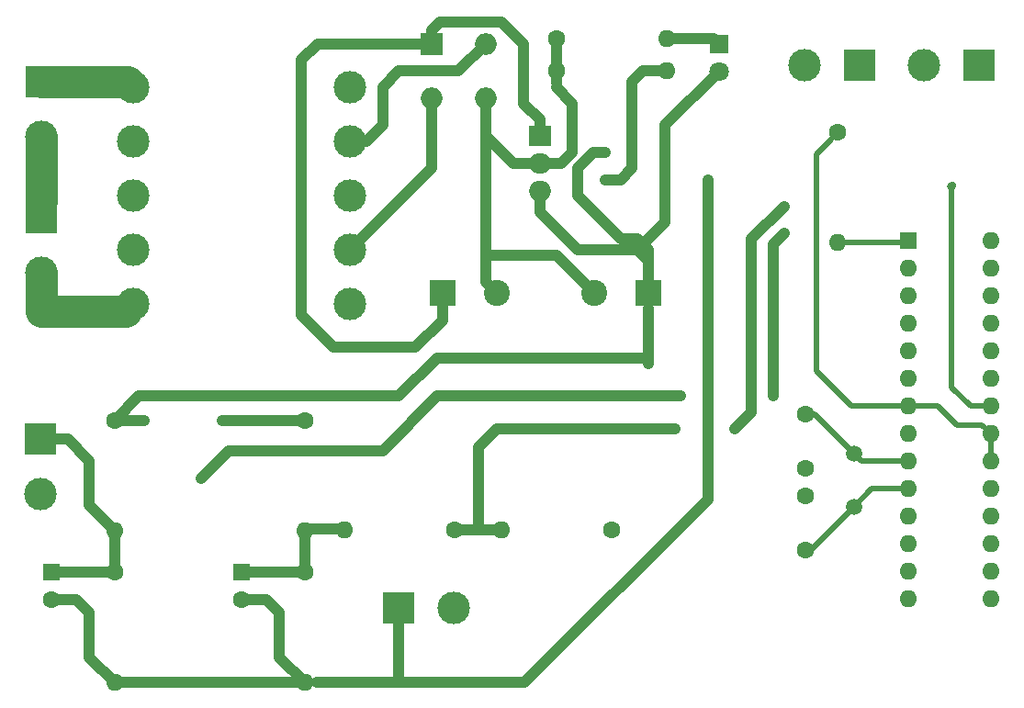
<source format=gbl>
G04 #@! TF.GenerationSoftware,KiCad,Pcbnew,5.0.2+dfsg1-1+deb10u1*
G04 #@! TF.CreationDate,2023-11-23T01:19:21+01:00*
G04 #@! TF.ProjectId,Routeur solaire v2,526f7574-6575-4722-9073-6f6c61697265,rev?*
G04 #@! TF.SameCoordinates,Original*
G04 #@! TF.FileFunction,Copper,L2,Bot*
G04 #@! TF.FilePolarity,Positive*
%FSLAX46Y46*%
G04 Gerber Fmt 4.6, Leading zero omitted, Abs format (unit mm)*
G04 Created by KiCad (PCBNEW 5.0.2+dfsg1-1+deb10u1) date jeu. 23 nov. 2023 01:19:21 CET*
%MOMM*%
%LPD*%
G01*
G04 APERTURE LIST*
G04 #@! TA.AperFunction,ComponentPad*
%ADD10R,3.000000X3.000000*%
G04 #@! TD*
G04 #@! TA.AperFunction,ComponentPad*
%ADD11C,3.000000*%
G04 #@! TD*
G04 #@! TA.AperFunction,ComponentPad*
%ADD12O,1.600000X1.600000*%
G04 #@! TD*
G04 #@! TA.AperFunction,ComponentPad*
%ADD13C,1.600000*%
G04 #@! TD*
G04 #@! TA.AperFunction,ComponentPad*
%ADD14R,1.600000X1.600000*%
G04 #@! TD*
G04 #@! TA.AperFunction,ComponentPad*
%ADD15R,2.400000X2.400000*%
G04 #@! TD*
G04 #@! TA.AperFunction,ComponentPad*
%ADD16C,2.400000*%
G04 #@! TD*
G04 #@! TA.AperFunction,ComponentPad*
%ADD17R,2.000000X2.000000*%
G04 #@! TD*
G04 #@! TA.AperFunction,ComponentPad*
%ADD18O,2.000000X2.000000*%
G04 #@! TD*
G04 #@! TA.AperFunction,ComponentPad*
%ADD19O,2.000000X1.905000*%
G04 #@! TD*
G04 #@! TA.AperFunction,ComponentPad*
%ADD20R,2.000000X1.905000*%
G04 #@! TD*
G04 #@! TA.AperFunction,ComponentPad*
%ADD21C,1.800000*%
G04 #@! TD*
G04 #@! TA.AperFunction,ComponentPad*
%ADD22R,1.800000X1.800000*%
G04 #@! TD*
G04 #@! TA.AperFunction,ComponentPad*
%ADD23C,1.500000*%
G04 #@! TD*
G04 #@! TA.AperFunction,ViaPad*
%ADD24C,0.800000*%
G04 #@! TD*
G04 #@! TA.AperFunction,Conductor*
%ADD25C,1.000000*%
G04 #@! TD*
G04 #@! TA.AperFunction,Conductor*
%ADD26C,0.250000*%
G04 #@! TD*
G04 #@! TA.AperFunction,Conductor*
%ADD27C,3.000000*%
G04 #@! TD*
G04 #@! TA.AperFunction,Conductor*
%ADD28C,0.500000*%
G04 #@! TD*
G04 APERTURE END LIST*
D10*
G04 #@! TO.P,Inter 230v ,1*
G04 #@! TO.N,N/C*
X40000000Y-74000000D03*
D11*
G04 #@! TO.P,Inter 230v ,2*
X40000000Y-79080000D03*
G04 #@! TD*
G04 #@! TO.P,230v / 9v,10*
G04 #@! TO.N,N/C*
X68500000Y-82000000D03*
G04 #@! TO.P,230v / 9v,9*
X68500000Y-77000000D03*
G04 #@! TO.P,230v / 9v,8*
X68500000Y-72000000D03*
G04 #@! TO.P,230v / 9v,7*
X68500000Y-67000000D03*
G04 #@! TO.P,230v / 9v,6*
X68500000Y-62000000D03*
G04 #@! TO.P,230v / 9v,5*
X48500000Y-62000000D03*
G04 #@! TO.P,230v / 9v,4*
X48500000Y-67000000D03*
G04 #@! TO.P,230v / 9v,3*
X48500000Y-72000000D03*
G04 #@! TO.P,230v / 9v,2*
X48500000Y-77000000D03*
G04 #@! TO.P,230v / 9v,1*
X48500000Y-82000000D03*
G04 #@! TD*
D12*
G04 #@! TO.P,R/Transfo,2*
G04 #@! TO.N,N/C*
X82475573Y-102828952D03*
D13*
G04 #@! TO.P,R/Transfo,1*
X92635573Y-102828952D03*
G04 #@! TD*
D12*
G04 #@! TO.P,R/Transfo,2*
G04 #@! TO.N,N/C*
X67975573Y-102828952D03*
D13*
G04 #@! TO.P,R/Transfo,1*
X78135573Y-102828952D03*
G04 #@! TD*
G04 #@! TO.P,4\002C7uF,2*
G04 #@! TO.N,N/C*
X58480373Y-109233213D03*
D14*
G04 #@! TO.P,4\002C7uF,1*
X58480373Y-106733213D03*
G04 #@! TD*
D13*
G04 #@! TO.P,100K,1*
G04 #@! TO.N,N/C*
X64316858Y-106733213D03*
D12*
G04 #@! TO.P,100K,2*
X64316858Y-116893213D03*
G04 #@! TD*
D13*
G04 #@! TO.P,100K,1*
G04 #@! TO.N,N/C*
X64316858Y-92733213D03*
D12*
G04 #@! TO.P,100K,2*
X64316858Y-102893213D03*
G04 #@! TD*
D14*
G04 #@! TO.P,4\002C7uF,1*
G04 #@! TO.N,N/C*
X40980373Y-106733213D03*
D13*
G04 #@! TO.P,4\002C7uF,2*
X40980373Y-109233213D03*
G04 #@! TD*
D10*
G04 #@! TO.P,SCT 013 - 30A / 1v,1*
G04 #@! TO.N,N/C*
X39980373Y-94462065D03*
D11*
G04 #@! TO.P,SCT 013 - 30A / 1v,2*
X39980373Y-99542065D03*
G04 #@! TD*
D12*
G04 #@! TO.P,100K,2*
G04 #@! TO.N,N/C*
X46816858Y-116893213D03*
D13*
G04 #@! TO.P,100K,1*
X46816858Y-106733213D03*
G04 #@! TD*
D12*
G04 #@! TO.P,100K,2*
G04 #@! TO.N,N/C*
X46816858Y-102893213D03*
D13*
G04 #@! TO.P,100K,1*
X46816858Y-92733213D03*
G04 #@! TD*
D10*
G04 #@! TO.P,SCL / SDA,1*
G04 #@! TO.N,N/C*
X126500000Y-60000000D03*
D11*
G04 #@! TO.P,SCL / SDA,2*
X121420000Y-60000000D03*
G04 #@! TD*
D13*
G04 #@! TO.P,22pF,1*
G04 #@! TO.N,N/C*
X110462206Y-92178164D03*
G04 #@! TO.P,22pF,2*
X110462206Y-97178164D03*
G04 #@! TD*
D12*
G04 #@! TO.P,10K,2*
G04 #@! TO.N,N/C*
X113462206Y-76338164D03*
D13*
G04 #@! TO.P,10K,1*
X113462206Y-66178164D03*
G04 #@! TD*
D11*
G04 #@! TO.P,+5v / GND,2*
G04 #@! TO.N,N/C*
X110420000Y-60000000D03*
D10*
G04 #@! TO.P,+5v / GND,1*
X115500000Y-60000000D03*
G04 #@! TD*
G04 #@! TO.P,GND / 9PWM,1*
G04 #@! TO.N,N/C*
X73000000Y-110000000D03*
D11*
G04 #@! TO.P,GND / 9PWM,2*
X78080000Y-110000000D03*
G04 #@! TD*
D15*
G04 #@! TO.P,1000uF,1*
G04 #@! TO.N,N/C*
X96000000Y-81000000D03*
D16*
G04 #@! TO.P,1000uF,2*
X91000000Y-81000000D03*
G04 #@! TD*
D11*
G04 #@! TO.P,Secteur 230v ,2*
G04 #@! TO.N,N/C*
X40000000Y-66580000D03*
D10*
G04 #@! TO.P,Secteur 230v ,1*
X40000000Y-61500000D03*
G04 #@! TD*
D17*
G04 #@! TO.P,B40R,1*
G04 #@! TO.N,N/C*
X76000000Y-58000000D03*
D18*
G04 #@! TO.P,B40R,3*
X81000000Y-63000000D03*
G04 #@! TO.P,B40R,2*
X76000000Y-63000000D03*
G04 #@! TO.P,B40R,4*
X81000000Y-58000000D03*
G04 #@! TD*
D16*
G04 #@! TO.P,1000uF,2*
G04 #@! TO.N,N/C*
X82000000Y-81000000D03*
D15*
G04 #@! TO.P,1000uF,1*
X77000000Y-81000000D03*
G04 #@! TD*
D19*
G04 #@! TO.P,RIT 7805,3*
G04 #@! TO.N,N/C*
X86000000Y-71580000D03*
G04 #@! TO.P,RIT 7805,2*
X86000000Y-69040000D03*
D20*
G04 #@! TO.P,RIT 7805,1*
X86000000Y-66500000D03*
G04 #@! TD*
D12*
G04 #@! TO.P,1K,2*
G04 #@! TO.N,N/C*
X97660000Y-57500000D03*
D13*
G04 #@! TO.P,1K,1*
X87500000Y-57500000D03*
G04 #@! TD*
D12*
G04 #@! TO.P,R. Var,2*
G04 #@! TO.N,N/C*
X97660000Y-60500000D03*
D13*
G04 #@! TO.P,R. Var,1*
X87500000Y-60500000D03*
G04 #@! TD*
D21*
G04 #@! TO.P,LED,2*
G04 #@! TO.N,N/C*
X102500000Y-60540000D03*
D22*
G04 #@! TO.P,LED,1*
X102500000Y-58000000D03*
G04 #@! TD*
D12*
G04 #@! TO.P,ATMega328P,28*
G04 #@! TO.N,N/C*
X127582206Y-76178164D03*
G04 #@! TO.P,ATMega328P,14*
X119962206Y-109198164D03*
G04 #@! TO.P,ATMega328P,27*
X127582206Y-78718164D03*
G04 #@! TO.P,ATMega328P,13*
X119962206Y-106658164D03*
G04 #@! TO.P,ATMega328P,26*
X127582206Y-81258164D03*
G04 #@! TO.P,ATMega328P,12*
X119962206Y-104118164D03*
G04 #@! TO.P,ATMega328P,25*
X127582206Y-83798164D03*
G04 #@! TO.P,ATMega328P,11*
X119962206Y-101578164D03*
G04 #@! TO.P,ATMega328P,24*
X127582206Y-86338164D03*
G04 #@! TO.P,ATMega328P,10*
X119962206Y-99038164D03*
G04 #@! TO.P,ATMega328P,23*
X127582206Y-88878164D03*
G04 #@! TO.P,ATMega328P,9*
X119962206Y-96498164D03*
G04 #@! TO.P,ATMega328P,22*
X127582206Y-91418164D03*
G04 #@! TO.P,ATMega328P,8*
X119962206Y-93958164D03*
G04 #@! TO.P,ATMega328P,21*
X127582206Y-93958164D03*
G04 #@! TO.P,ATMega328P,7*
X119962206Y-91418164D03*
G04 #@! TO.P,ATMega328P,20*
X127582206Y-96498164D03*
G04 #@! TO.P,ATMega328P,6*
X119962206Y-88878164D03*
G04 #@! TO.P,ATMega328P,19*
X127582206Y-99038164D03*
G04 #@! TO.P,ATMega328P,5*
X119962206Y-86338164D03*
G04 #@! TO.P,ATMega328P,18*
X127582206Y-101578164D03*
G04 #@! TO.P,ATMega328P,4*
X119962206Y-83798164D03*
G04 #@! TO.P,ATMega328P,17*
X127582206Y-104118164D03*
G04 #@! TO.P,ATMega328P,3*
X119962206Y-81258164D03*
G04 #@! TO.P,ATMega328P,16*
X127582206Y-106658164D03*
G04 #@! TO.P,ATMega328P,2*
X119962206Y-78718164D03*
G04 #@! TO.P,ATMega328P,15*
X127582206Y-109198164D03*
D14*
G04 #@! TO.P,ATMega328P,1*
X119962206Y-76178164D03*
G04 #@! TD*
D23*
G04 #@! TO.P,16Mhz,2*
G04 #@! TO.N,N/C*
X114962206Y-95778164D03*
G04 #@! TO.P,16Mhz,1*
X114962206Y-100678164D03*
G04 #@! TD*
D13*
G04 #@! TO.P,22pF,2*
G04 #@! TO.N,N/C*
X110462206Y-104678164D03*
G04 #@! TO.P,22pF,1*
X110462206Y-99678164D03*
G04 #@! TD*
D24*
G04 #@! TO.N,*
X92000000Y-68000000D03*
X92000000Y-70540000D03*
X123962206Y-71178164D03*
X101500000Y-70540000D03*
X108500000Y-75500000D03*
X54739871Y-98046179D03*
X49552837Y-92733213D03*
X56739871Y-92733213D03*
X108500000Y-73000000D03*
X98500000Y-93500000D03*
X104000000Y-93500000D03*
X99000000Y-90500000D03*
X107500000Y-90500000D03*
G04 #@! TD*
D25*
G04 #@! TO.N,*
X68500000Y-77000000D02*
X74500000Y-71000000D01*
X81000000Y-80000000D02*
X82000000Y-81000000D01*
X77000000Y-81000000D02*
X77000000Y-83500000D01*
X77000000Y-83500000D02*
X74500000Y-86000000D01*
X74500000Y-86000000D02*
X67000000Y-86000000D01*
X67000000Y-86000000D02*
X64000000Y-83000000D01*
X64000000Y-83000000D02*
X64000000Y-59500000D01*
X65500000Y-58000000D02*
X76000000Y-58000000D01*
X64000000Y-59500000D02*
X65500000Y-58000000D01*
X71500000Y-65500000D02*
X70000000Y-67000000D01*
X71500000Y-62000000D02*
X71500000Y-65500000D01*
X81000000Y-58000000D02*
X78500000Y-60500000D01*
D26*
X70000000Y-67000000D02*
X68500000Y-67000000D01*
D25*
X73000000Y-60500000D02*
X71500000Y-62000000D01*
X78500000Y-60500000D02*
X73000000Y-60500000D01*
D26*
X48000000Y-61500000D02*
X48500000Y-62000000D01*
D27*
X40000000Y-61500000D02*
X48000000Y-61500000D01*
D26*
X40000000Y-61500000D02*
X41750000Y-61500000D01*
X47840000Y-82660000D02*
X48500000Y-82000000D01*
D27*
X40000000Y-82660000D02*
X47840000Y-82660000D01*
X40000000Y-66580000D02*
X40000000Y-72500000D01*
D25*
X87500000Y-77500000D02*
X91000000Y-81000000D01*
X81000000Y-77500000D02*
X87500000Y-77500000D01*
X81000000Y-77500000D02*
X81000000Y-80000000D01*
X86000000Y-65000000D02*
X86000000Y-66500000D01*
X76000000Y-58000000D02*
X76000000Y-56750000D01*
X82500000Y-56000000D02*
X84500000Y-58000000D01*
X76750000Y-56000000D02*
X82500000Y-56000000D01*
X76000000Y-56750000D02*
X76750000Y-56000000D01*
X84500000Y-58000000D02*
X84500000Y-63500000D01*
X84500000Y-63500000D02*
X86000000Y-65000000D01*
X83540000Y-69040000D02*
X81000000Y-66500000D01*
X81000000Y-63000000D02*
X81000000Y-66500000D01*
X86000000Y-69040000D02*
X83540000Y-69040000D01*
X81000000Y-66500000D02*
X81000000Y-77500000D01*
D26*
X96000000Y-78000000D02*
X96000000Y-81000000D01*
D25*
X95000000Y-77000000D02*
X96000000Y-78000000D01*
X89500000Y-77000000D02*
X95000000Y-77000000D01*
X86000000Y-71580000D02*
X86000000Y-73500000D01*
X86000000Y-73500000D02*
X89500000Y-77000000D01*
X87500000Y-60500000D02*
X87500000Y-57500000D01*
X87500000Y-60500000D02*
X87500000Y-61631370D01*
D26*
X102000000Y-57500000D02*
X102500000Y-58000000D01*
D25*
X97660000Y-57500000D02*
X102000000Y-57500000D01*
X102500000Y-60540000D02*
X97540000Y-65500000D01*
X87960000Y-69040000D02*
X86000000Y-69040000D01*
X89000000Y-63500000D02*
X89000000Y-68000000D01*
X89000000Y-68000000D02*
X87960000Y-69040000D01*
X93460000Y-70540000D02*
X92000000Y-70540000D01*
X94500000Y-69500000D02*
X93460000Y-70540000D01*
X94500000Y-64500000D02*
X94500000Y-69500000D01*
X96000000Y-77000000D02*
X96000000Y-81000000D01*
X92000000Y-68000000D02*
X92000000Y-68000000D01*
X89500000Y-72000000D02*
X93500000Y-76000000D01*
X93500000Y-76000000D02*
X95000000Y-76000000D01*
X89500000Y-69450000D02*
X89500000Y-72000000D01*
X90950000Y-68000000D02*
X89500000Y-69450000D01*
D26*
X119802206Y-76338164D02*
X119962206Y-76178164D01*
D28*
X113462206Y-76338164D02*
X119802206Y-76338164D01*
X112662207Y-66978163D02*
X113462206Y-66178164D01*
X111462206Y-68178164D02*
X112662207Y-66978163D01*
X111462206Y-88178164D02*
X111462206Y-68178164D01*
X114702206Y-91418164D02*
X111462206Y-88178164D01*
X119962206Y-91418164D02*
X114702206Y-91418164D01*
X127582206Y-96498164D02*
X127582206Y-93958164D01*
X122702206Y-91418164D02*
X119962206Y-91418164D01*
X124442207Y-93158165D02*
X122702206Y-91418164D01*
X127582206Y-93958164D02*
X126782207Y-93158165D01*
X126782207Y-93158165D02*
X124442207Y-93158165D01*
X115682206Y-96498164D02*
X114962206Y-95778164D01*
X119962206Y-96498164D02*
X115682206Y-96498164D01*
X119962206Y-99038164D02*
X116602206Y-99038164D01*
X116602206Y-99038164D02*
X114962206Y-100678164D01*
X127582206Y-91418164D02*
X125702206Y-91418164D01*
X125702206Y-91418164D02*
X123962206Y-89678164D01*
X123962206Y-89678164D02*
X123962206Y-71178164D01*
D26*
X111362206Y-92178164D02*
X110462206Y-92178164D01*
D28*
X114962206Y-95778164D02*
X111362206Y-92178164D01*
D26*
X110962206Y-104678164D02*
X110462206Y-104678164D01*
D28*
X114962206Y-100678164D02*
X110962206Y-104678164D01*
D25*
X92000000Y-68000000D02*
X90950000Y-68000000D01*
X92000000Y-70540000D02*
X92000000Y-70540000D01*
D28*
X123962206Y-71178164D02*
X124140370Y-71000000D01*
X123962206Y-71178164D02*
X123962206Y-71178164D01*
D25*
X76000000Y-69500000D02*
X76000000Y-63000000D01*
X74500000Y-71000000D02*
X76000000Y-69500000D01*
X87500000Y-62000000D02*
X89000000Y-63500000D01*
D26*
X87500000Y-61631370D02*
X87500000Y-62000000D01*
D25*
X97540000Y-74460000D02*
X95500000Y-76500000D01*
X97540000Y-65500000D02*
X97540000Y-74460000D01*
X95000000Y-76000000D02*
X95500000Y-76500000D01*
X95500000Y-76500000D02*
X96000000Y-77000000D01*
X97660000Y-60500000D02*
X95500000Y-60500000D01*
X94500000Y-61500000D02*
X94500000Y-64500000D01*
X95500000Y-60500000D02*
X94500000Y-61500000D01*
D26*
X46782868Y-102927203D02*
X46816858Y-102893213D01*
D25*
X46816858Y-102893213D02*
X46816858Y-106733213D01*
X44480373Y-100556728D02*
X46816858Y-102893213D01*
X44480373Y-96462065D02*
X44480373Y-100556728D01*
X42480373Y-94462065D02*
X44480373Y-96462065D01*
X39980373Y-94462065D02*
X42480373Y-94462065D01*
X45685488Y-106733213D02*
X40980373Y-106733213D01*
X46816858Y-106733213D02*
X45685488Y-106733213D01*
X44480373Y-114556728D02*
X46816858Y-116893213D01*
X43251521Y-109233213D02*
X44480373Y-110462065D01*
X40980373Y-109233213D02*
X43251521Y-109233213D01*
D26*
X44480373Y-112104359D02*
X44480373Y-112462065D01*
D25*
X44480373Y-110462065D02*
X44480373Y-112462065D01*
X44480373Y-112462065D02*
X44480373Y-114556728D01*
D26*
X96000000Y-82450000D02*
X96000000Y-81000000D01*
D25*
X101500000Y-70540000D02*
X101500000Y-88500000D01*
D26*
X64282868Y-102927203D02*
X64316858Y-102893213D01*
D25*
X64316858Y-102893213D02*
X64316858Y-106733213D01*
X63185488Y-106733213D02*
X58480373Y-106733213D01*
X64316858Y-106733213D02*
X63185488Y-106733213D01*
X61980373Y-114556728D02*
X64316858Y-116893213D01*
X60751521Y-109233213D02*
X61980373Y-110462065D01*
X58480373Y-109233213D02*
X60751521Y-109233213D01*
D26*
X61980373Y-112104359D02*
X61980373Y-112462065D01*
D25*
X61980373Y-110462065D02*
X61980373Y-112462065D01*
X61980373Y-112462065D02*
X61980373Y-114556728D01*
X46816858Y-92733213D02*
X49552837Y-92733213D01*
X49552837Y-92733213D02*
X49552837Y-92733213D01*
X56739871Y-92733213D02*
X64316858Y-92733213D01*
X47948228Y-116893213D02*
X64316858Y-116893213D01*
X46816858Y-116893213D02*
X47948228Y-116893213D01*
D26*
X67879834Y-102733213D02*
X67975573Y-102828952D01*
D25*
X64316858Y-102733213D02*
X67879834Y-102733213D01*
X96000000Y-87000000D02*
X76500000Y-87000000D01*
X96000000Y-87000000D02*
X96000000Y-82450000D01*
X96000000Y-87500000D02*
X96000000Y-87000000D01*
X76500000Y-87000000D02*
X73000000Y-90500000D01*
X49050071Y-90500000D02*
X46816858Y-92733213D01*
X73000000Y-90500000D02*
X49050071Y-90500000D01*
X82000000Y-93500000D02*
X98500000Y-93500000D01*
X80322607Y-102828952D02*
X80322607Y-101177393D01*
X105500000Y-76000000D02*
X108500000Y-73000000D01*
X104000000Y-93500000D02*
X105500000Y-92000000D01*
X107500000Y-76500000D02*
X108500000Y-75500000D01*
X65448228Y-116893213D02*
X75500000Y-116893213D01*
D26*
X64316858Y-116893213D02*
X65448228Y-116893213D01*
X57286050Y-95500000D02*
X57500000Y-95500000D01*
D25*
X54739871Y-98046179D02*
X57286050Y-95500000D01*
D27*
X40000000Y-79080000D02*
X40000000Y-82660000D01*
D26*
X73000000Y-116893213D02*
X75500000Y-116893213D01*
D25*
X73000000Y-110000000D02*
X73000000Y-116893213D01*
X76500000Y-90500000D02*
X71500000Y-95500000D01*
X99000000Y-90500000D02*
X76500000Y-90500000D01*
X57500000Y-95500000D02*
X71500000Y-95500000D01*
X107500000Y-76500000D02*
X107500000Y-90500000D01*
X80322607Y-95177393D02*
X81500000Y-94000000D01*
X80322607Y-101177393D02*
X80322607Y-95177393D01*
X81500000Y-94000000D02*
X82000000Y-93500000D01*
X82475573Y-102828952D02*
X79500000Y-102828952D01*
X80322607Y-102828952D02*
X79500000Y-102828952D01*
X79500000Y-102828952D02*
X78135573Y-102828952D01*
X80000000Y-116893213D02*
X84606787Y-116893213D01*
X84606787Y-116893213D02*
X101500000Y-100000000D01*
X101500000Y-88500000D02*
X101500000Y-100000000D01*
X80000000Y-116893213D02*
X75500000Y-116893213D01*
X105500000Y-76000000D02*
X105500000Y-92000000D01*
G04 #@! TD*
M02*

</source>
